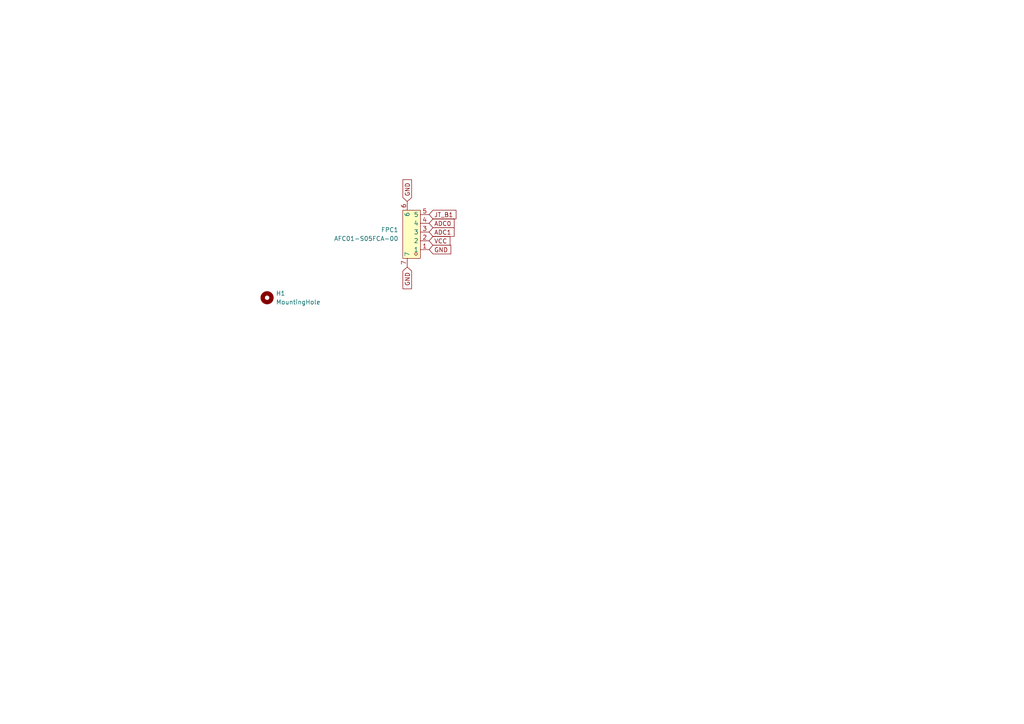
<source format=kicad_sch>
(kicad_sch (version 20250114) (generator "eeschema") (generator_version "9.0")
  (paper "A4")
  (lib_symbols
    (symbol "ErgoCai:AFC01-S05FCA-00"
      (property "Reference" "FPC" (at 0 15.24 0))
      (property "Value" "AFC01-S05FCA-00" (at 0 -13.97 0))
      (symbol "AFC01-S05FCA-00_0_1"
        (rectangle (start -1.27 7.62) (end 3.81 -6.35) (fill (type background)))
        (circle (center 0 6.35) (radius 0.38))
        (pin unspecified line (at -3.81 5.08 0) (length 2.54) (name "1") (number "1"))
        (pin unspecified line (at -3.81 2.54 0) (length 2.54) (name "2") (number "2"))
        (pin unspecified line (at -3.81 0 0) (length 2.54) (name "3") (number "3"))
        (pin unspecified line (at -3.81 -2.54 0) (length 2.54) (name "4") (number "4"))
        (pin unspecified line (at -3.81 -5.08 0) (length 2.54) (name "5") (number "5"))
        (pin unspecified line (at 2.54 10.16 270) (length 2.54) (name "7") (number "7"))
        (pin unspecified line (at 2.54 -8.89 90) (length 2.54) (name "6") (number "6"))
      )
    )
    (symbol "Mechanical:MountingHole" (pin_names (offset 1.016)) (in_bom no)
      (property "Reference" "H" (at 0 5.08 0))
      (property "Value" "MountingHole" (at 0 3.175 0))
      (symbol "MountingHole_0_1"
        (circle (center 0 0) (radius 1.27) (stroke (width 1.27)))
      )
    )
  )
  (global_label "ADC1" (shape input) (at 124.46 67.31 0) (property "Intersheetrefs" "${INTERSHEET_REFS}" (effects (hide yes))))
  (global_label "GND" (shape input) (at 124.46 72.39 0) (property "Intersheetrefs" "${INTERSHEET_REFS}" (effects (hide yes))))
  (global_label "JT_B1" (shape input) (at 124.46 62.23 0) (property "Intersheetrefs" "${INTERSHEET_REFS}" (effects (hide yes))))
  (global_label "GND" (shape input) (at 118.11 77.47 270) (property "Intersheetrefs" "${INTERSHEET_REFS}" (effects (hide yes))))
  (global_label "VCC" (shape input) (at 124.46 69.85 0) (property "Intersheetrefs" "${INTERSHEET_REFS}" (effects (hide yes))))
  (global_label "GND" (shape input) (at 118.11 58.42 90) (property "Intersheetrefs" "${INTERSHEET_REFS}" (effects (hide yes))))
  (global_label "ADC0" (shape input) (at 124.46 64.77 0) (property "Intersheetrefs" "${INTERSHEET_REFS}" (effects (hide yes))))
  (symbol (lib_id "ErgoCai:AFC01-S05FCA-00") (at 120.65 67.31 180) (unit 1)
    (property "Reference" "FPC1" (at 115.57 66.6749 0) (effects (justify left)))
    (property "Value" "AFC01-S05FCA-00" (at 115.57 69.2149 0) (effects (justify left)))
    (property "Footprint" "ErgoCai.pretty:FPC-SMD_AFC01-S05FCA-00" (effects (hide yes)))
    (property "Datasheet" "https://lcsc.com/product-detail/FFC-FPC-Connectors_JUSHUO-AFC01-S05FCA-00_C262654.html" (effects (hide yes)))
    (property "LCSC Part" "C262654" (effects (hide yes)))
  )
  (symbol (lib_id "Mechanical:MountingHole") (at 77.47 86.36 0) (unit 1) (in_bom no)
    (property "Reference" "H1" (at 80.01 85.0899 0) (effects (justify left)))
    (property "Value" "MountingHole" (at 80.01 87.6299 0) (effects (justify left)))
    (property "Footprint" "ErgoCai.pretty:Ps4JoystickMount" (effects (hide yes)))
    (property "Description" "Mounting Hole without connection" (effects (hide yes)))
  )
)
</source>
